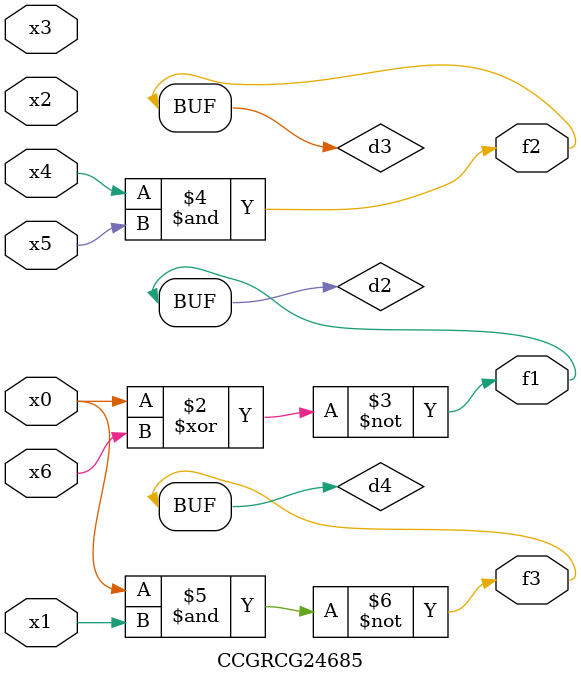
<source format=v>
module CCGRCG24685(
	input x0, x1, x2, x3, x4, x5, x6,
	output f1, f2, f3
);

	wire d1, d2, d3, d4;

	nor (d1, x0);
	xnor (d2, x0, x6);
	and (d3, x4, x5);
	nand (d4, x0, x1);
	assign f1 = d2;
	assign f2 = d3;
	assign f3 = d4;
endmodule

</source>
